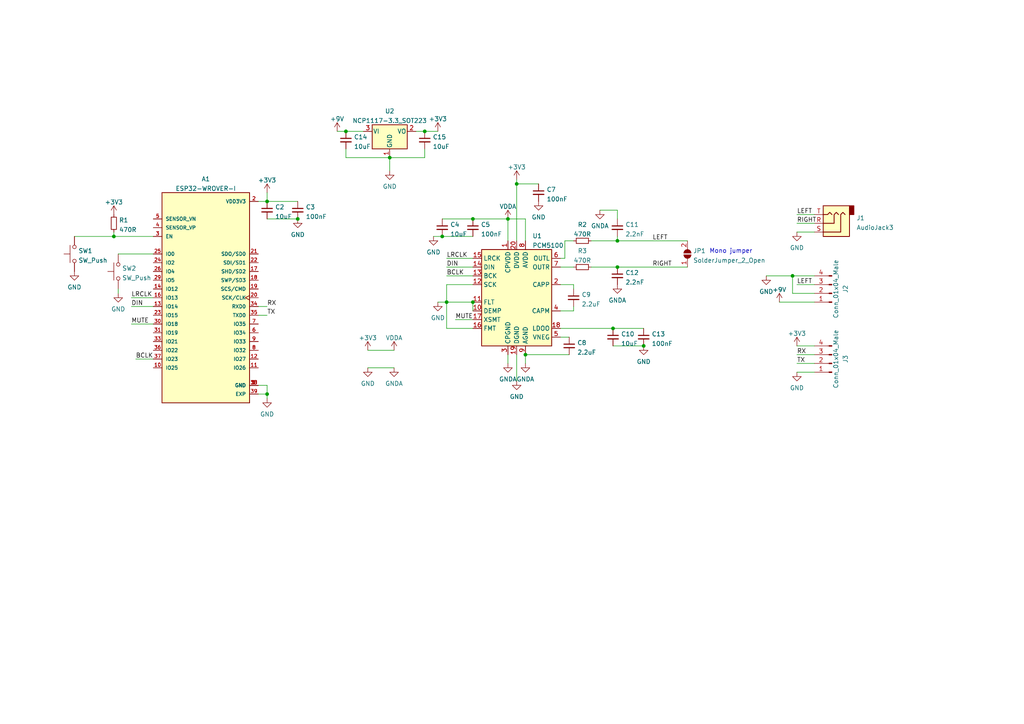
<source format=kicad_sch>
(kicad_sch (version 20211123) (generator eeschema)
  (paper "A4")
  (lib_symbols
    (symbol "Audio:PCM5100"
      (property "Reference" "U" (at -10.16 13.97 0))
      (property "Value" "PCM5100" (at 3.81 13.97 0))
      (symbol "PCM5100_0_1"
        (rectangle (start -10.16 12.7) (end 10.16 -15.24) (stroke (width 0.254)) (fill (type background)))
      )
      (symbol "PCM5100_1_1"
        (pin passive line (at -2.54 15.24 270) (length 2.54) (name "CPVDD") (number "1"))
        (pin input line (at -12.7 -5.08 0) (length 2.54) (name "DEMP") (number "10"))
        (pin input line (at -12.7 -2.54 0) (length 2.54) (name "FLT") (number "11"))
        (pin input line (at -12.7 2.54 0) (length 2.54) (name "SCK") (number "12"))
        (pin input line (at -12.7 5.08 0) (length 2.54) (name "BCK") (number "13"))
        (pin input line (at -12.7 7.62 0) (length 2.54) (name "DIN") (number "14"))
        (pin input line (at -12.7 10.16 0) (length 2.54) (name "LRCK") (number "15"))
        (pin input line (at -12.7 -10.16 0) (length 2.54) (name "FMT") (number "16"))
        (pin input line (at -12.7 -7.62 0) (length 2.54) (name "XSMT") (number "17"))
        (pin passive line (at 12.7 -10.16 180) (length 2.54) (name "LDOO") (number "18"))
        (pin power_in line (at 0 -17.78 90) (length 2.54) (name "DGND") (number "19"))
        (pin passive line (at 12.7 2.54 180) (length 2.54) (name "CAPP") (number "2"))
        (pin power_in line (at 0 15.24 270) (length 2.54) (name "DVDD") (number "20"))
        (pin power_in line (at -2.54 -17.78 90) (length 2.54) (name "CPGND") (number "3"))
        (pin passive line (at 12.7 -5.08 180) (length 2.54) (name "CAPM") (number "4"))
        (pin passive line (at 12.7 -12.7 180) (length 2.54) (name "VNEG") (number "5"))
        (pin output line (at 12.7 10.16 180) (length 2.54) (name "OUTL") (number "6"))
        (pin output line (at 12.7 7.62 180) (length 2.54) (name "OUTR") (number "7"))
        (pin power_in line (at 2.54 15.24 270) (length 2.54) (name "AVDD") (number "8"))
        (pin power_in line (at 2.54 -17.78 90) (length 2.54) (name "AGND") (number "9"))
      )
    )
    (symbol "Connector:AudioJack3"
      (property "Reference" "J" (at 0 8.89 0))
      (property "Value" "AudioJack3" (at 0 6.35 0))
      (symbol "AudioJack3_0_1"
        (rectangle (start -5.08 -5.08) (end -6.35 -2.54) (stroke (width 0.254)) (fill (type outline)))
        (polyline (pts (xy 0 -2.54) (xy 0.635 -3.175) (xy 1.27 -2.54) (xy 2.54 -2.54)) (stroke (width 0.254)))
        (polyline (pts (xy -1.905 -2.54) (xy -1.27 -3.175) (xy -0.635 -2.54) (xy -0.635 0) (xy 2.54 0)) (stroke (width 0.254)))
        (polyline (pts (xy 2.54 2.54) (xy -2.54 2.54) (xy -2.54 -2.54) (xy -3.175 -3.175) (xy -3.81 -2.54)) (stroke (width 0.254)))
        (rectangle (start 2.54 3.81) (end -5.08 -5.08) (stroke (width 0.254)) (fill (type background)))
      )
      (symbol "AudioJack3_1_1"
        (pin passive line (at 5.08 0 180) (length 2.54) (name "~") (number "R"))
        (pin passive line (at 5.08 2.54 180) (length 2.54) (name "~") (number "S"))
        (pin passive line (at 5.08 -2.54 180) (length 2.54) (name "~") (number "T"))
      )
    )
    (symbol "Connector:Conn_01x04_Male" (pin_names (offset 1.016) hide)
      (property "Reference" "J" (at 0 5.08 0))
      (property "Value" "Conn_01x04_Male" (at 0 -7.62 0))
      (symbol "Conn_01x04_Male_1_1"
        (polyline (pts (xy 1.27 -5.08) (xy 0.8636 -5.08)) (stroke (width 0.1524)))
        (polyline (pts (xy 1.27 -2.54) (xy 0.8636 -2.54)) (stroke (width 0.1524)))
        (polyline (pts (xy 1.27 0) (xy 0.8636 0)) (stroke (width 0.1524)))
        (polyline (pts (xy 1.27 2.54) (xy 0.8636 2.54)) (stroke (width 0.1524)))
        (rectangle (start 0.8636 -4.953) (end 0 -5.207) (stroke (width 0.1524)) (fill (type outline)))
        (rectangle (start 0.8636 -2.413) (end 0 -2.667) (stroke (width 0.1524)) (fill (type outline)))
        (rectangle (start 0.8636 0.127) (end 0 -0.127) (stroke (width 0.1524)) (fill (type outline)))
        (rectangle (start 0.8636 2.667) (end 0 2.413) (stroke (width 0.1524)) (fill (type outline)))
        (pin passive line (at 5.08 2.54 180) (length 3.81) (name "Pin_1") (number "1"))
        (pin passive line (at 5.08 0 180) (length 3.81) (name "Pin_2") (number "2"))
        (pin passive line (at 5.08 -2.54 180) (length 3.81) (name "Pin_3") (number "3"))
        (pin passive line (at 5.08 -5.08 180) (length 3.81) (name "Pin_4") (number "4"))
      )
    )
    (symbol "Device:C_Small" (pin_numbers hide) (pin_names (offset 0.254) hide)
      (property "Reference" "C" (at 0.254 1.778 0))
      (property "Value" "C_Small" (at 0.254 -2.032 0))
      (symbol "C_Small_0_1"
        (polyline (pts (xy -1.524 -0.508) (xy 1.524 -0.508)) (stroke (width 0.3302)))
        (polyline (pts (xy -1.524 0.508) (xy 1.524 0.508)) (stroke (width 0.3048)))
      )
      (symbol "C_Small_1_1"
        (pin passive line (at 0 2.54 270) (length 2.032) (name "~") (number "1"))
        (pin passive line (at 0 -2.54 90) (length 2.032) (name "~") (number "2"))
      )
    )
    (symbol "Device:R_Small" (pin_numbers hide) (pin_names (offset 0.254) hide)
      (property "Reference" "R" (at 0.762 0.508 0))
      (property "Value" "R_Small" (at 0.762 -1.016 0))
      (symbol "R_Small_0_1"
        (rectangle (start -0.762 1.778) (end 0.762 -1.778) (stroke (width 0.2032)))
      )
      (symbol "R_Small_1_1"
        (pin passive line (at 0 2.54 270) (length 0.762) (name "~") (number "1"))
        (pin passive line (at 0 -2.54 90) (length 0.762) (name "~") (number "2"))
      )
    )
    (symbol "ESP-sound:ESP32-WROVER-I" (pin_names (offset 1.016))
      (property "Reference" "A" (at -12.7254 30.5562 0))
      (property "Value" "ESP32-WROVER-I" (at -12.7254 -33.1216 0))
      (symbol "ESP32-WROVER-I_0_0"
        (rectangle (start -12.7 -30.48) (end 12.7 30.48) (stroke (width 0.254)) (fill (type background)))
        (pin power_in line (at 15.24 -25.4 180) (length 2.54) (name "GND") (number "1"))
        (pin bidirectional line (at -15.24 -20.32 0) (length 2.54) (name "IO25") (number "10"))
        (pin bidirectional line (at 15.24 -20.32 180) (length 2.54) (name "IO26") (number "11"))
        (pin bidirectional line (at 15.24 -17.78 180) (length 2.54) (name "IO27") (number "12"))
        (pin bidirectional line (at -15.24 -2.54 0) (length 2.54) (name "IO14") (number "13"))
        (pin bidirectional line (at -15.24 2.54 0) (length 2.54) (name "IO12") (number "14"))
        (pin power_in line (at 15.24 -25.4 180) (length 2.54) (name "GND") (number "15"))
        (pin bidirectional line (at -15.24 0 0) (length 2.54) (name "IO13") (number "16"))
        (pin bidirectional line (at 15.24 7.62 180) (length 2.54) (name "SHD/SD2") (number "17"))
        (pin bidirectional line (at 15.24 5.08 180) (length 2.54) (name "SWP/SD3") (number "18"))
        (pin bidirectional line (at 15.24 2.54 180) (length 2.54) (name "SCS/CMD") (number "19"))
        (pin power_in line (at 15.24 27.94 180) (length 2.54) (name "VDD3V3") (number "2"))
        (pin bidirectional clock (at 15.24 0 180) (length 2.54) (name "SCK/CLK") (number "20"))
        (pin bidirectional line (at 15.24 12.7 180) (length 2.54) (name "SDO/SD0") (number "21"))
        (pin bidirectional line (at 15.24 10.16 180) (length 2.54) (name "SDI/SD1") (number "22"))
        (pin bidirectional line (at -15.24 -5.08 0) (length 2.54) (name "IO15") (number "23"))
        (pin bidirectional line (at -15.24 10.16 0) (length 2.54) (name "IO2") (number "24"))
        (pin bidirectional line (at -15.24 12.7 0) (length 2.54) (name "IO0") (number "25"))
        (pin bidirectional line (at -15.24 7.62 0) (length 2.54) (name "IO4") (number "26"))
        (pin bidirectional line (at -15.24 5.08 0) (length 2.54) (name "IO5") (number "29"))
        (pin input line (at -15.24 17.78 0) (length 2.54) (name "EN") (number "3"))
        (pin bidirectional line (at -15.24 -7.62 0) (length 2.54) (name "IO18") (number "30"))
        (pin bidirectional line (at -15.24 -10.16 0) (length 2.54) (name "IO19") (number "31"))
        (pin bidirectional line (at -15.24 -12.7 0) (length 2.54) (name "IO21") (number "33"))
        (pin bidirectional line (at 15.24 -2.54 180) (length 2.54) (name "RXD0") (number "34"))
        (pin bidirectional line (at 15.24 -5.08 180) (length 2.54) (name "TXD0") (number "35"))
        (pin bidirectional line (at -15.24 -15.24 0) (length 2.54) (name "IO22") (number "36"))
        (pin bidirectional line (at -15.24 -17.78 0) (length 2.54) (name "IO23") (number "37"))
        (pin power_in line (at 15.24 -25.4 180) (length 2.54) (name "GND") (number "38"))
        (pin power_in line (at 15.24 -27.94 180) (length 2.54) (name "EXP") (number "39"))
        (pin input line (at -15.24 20.32 0) (length 2.54) (name "SENSOR_VP") (number "4"))
        (pin input line (at -15.24 22.86 0) (length 2.54) (name "SENSOR_VN") (number "5"))
        (pin input line (at 15.24 -10.16 180) (length 2.54) (name "IO34") (number "6"))
        (pin input line (at 15.24 -7.62 180) (length 2.54) (name "IO35") (number "7"))
        (pin bidirectional line (at 15.24 -15.24 180) (length 2.54) (name "IO32") (number "8"))
        (pin bidirectional line (at 15.24 -12.7 180) (length 2.54) (name "IO33") (number "9"))
      )
    )
    (symbol "Jumper:SolderJumper_2_Open" (pin_names (offset 0) hide)
      (property "Reference" "JP" (at 0 2.032 0))
      (property "Value" "SolderJumper_2_Open" (at 0 -2.54 0))
      (symbol "SolderJumper_2_Open_0_1"
        (arc (start -0.254 1.016) (mid -1.27 0) (end -0.254 -1.016))
        (arc (start -0.254 1.016) (mid -1.27 0) (end -0.254 -1.016) (fill (type outline)))
        (polyline (pts (xy -0.254 1.016) (xy -0.254 -1.016)))
        (polyline (pts (xy 0.254 1.016) (xy 0.254 -1.016)))
        (arc (start 0.254 -1.016) (mid 1.27 0) (end 0.254 1.016))
        (arc (start 0.254 -1.016) (mid 1.27 0) (end 0.254 1.016) (fill (type outline)))
      )
      (symbol "SolderJumper_2_Open_1_1"
        (pin passive line (at -3.81 0 0) (length 2.54) (name "A") (number "1"))
        (pin passive line (at 3.81 0 180) (length 2.54) (name "B") (number "2"))
      )
    )
    (symbol "Regulator_Linear:NCP1117-3.3_SOT223" (pin_names (offset 0.254))
      (property "Reference" "U" (at -3.81 3.175 0))
      (property "Value" "NCP1117-3.3_SOT223" (at 0 3.175 0))
      (symbol "NCP1117-3.3_SOT223_0_1"
        (rectangle (start -5.08 -5.08) (end 5.08 1.905) (stroke (width 0.254)) (fill (type background)))
      )
      (symbol "NCP1117-3.3_SOT223_1_1"
        (pin power_in line (at 0 -7.62 90) (length 2.54) (name "GND") (number "1"))
        (pin power_out line (at 7.62 0 180) (length 2.54) (name "VO") (number "2"))
        (pin power_in line (at -7.62 0 0) (length 2.54) (name "VI") (number "3"))
      )
    )
    (symbol "Switch:SW_Push" (pin_numbers hide) (pin_names (offset 1.016) hide)
      (property "Reference" "SW" (at 1.27 2.54 0))
      (property "Value" "SW_Push" (at 0 -1.524 0))
      (symbol "SW_Push_0_1"
        (circle (center -2.032 0) (radius 0.508))
        (polyline (pts (xy 0 1.27) (xy 0 3.048)))
        (polyline (pts (xy 2.54 1.27) (xy -2.54 1.27)))
        (circle (center 2.032 0) (radius 0.508))
        (pin passive line (at -5.08 0 0) (length 2.54) (name "1") (number "1"))
        (pin passive line (at 5.08 0 180) (length 2.54) (name "2") (number "2"))
      )
    )
    (symbol "power:+3V3" (power) (pin_names (offset 0))
      (property "Value" "+3V3" (at 0 3.556 0))
      (symbol "+3V3_0_1"
        (polyline (pts (xy -0.762 1.27) (xy 0 2.54)))
        (polyline (pts (xy 0 0) (xy 0 2.54)))
        (polyline (pts (xy 0 2.54) (xy 0.762 1.27)))
      )
      (symbol "+3V3_1_1"
        (pin power_in line (at 0 0 90) (length 0) hide (name "+3V3") (number "1"))
      )
    )
    (symbol "power:+9V" (power) (pin_names (offset 0))
      (property "Value" "+9V" (at 0 3.556 0))
      (symbol "+9V_0_1"
        (polyline (pts (xy -0.762 1.27) (xy 0 2.54)))
        (polyline (pts (xy 0 0) (xy 0 2.54)))
        (polyline (pts (xy 0 2.54) (xy 0.762 1.27)))
      )
      (symbol "+9V_1_1"
        (pin power_in line (at 0 0 90) (length 0) hide (name "+9V") (number "1"))
      )
    )
    (symbol "power:GND" (power) (pin_names (offset 0))
      (property "Value" "GND" (at 0 -3.81 0))
      (symbol "GND_0_1"
        (polyline (pts (xy 0 0) (xy 0 -1.27) (xy 1.27 -1.27) (xy 0 -2.54) (xy -1.27 -1.27) (xy 0 -1.27)))
      )
      (symbol "GND_1_1"
        (pin power_in line (at 0 0 270) (length 0) hide (name "GND") (number "1"))
      )
    )
    (symbol "power:GNDA" (power) (pin_names (offset 0))
      (property "Value" "GNDA" (at 0 -3.81 0))
      (symbol "GNDA_0_1"
        (polyline (pts (xy 0 0) (xy 0 -1.27) (xy 1.27 -1.27) (xy 0 -2.54) (xy -1.27 -1.27) (xy 0 -1.27)))
      )
      (symbol "GNDA_1_1"
        (pin power_in line (at 0 0 270) (length 0) hide (name "GNDA") (number "1"))
      )
    )
    (symbol "power:VDDA" (power) (pin_names (offset 0))
      (property "Value" "VDDA" (at 0 3.81 0))
      (symbol "VDDA_0_1"
        (polyline (pts (xy -0.762 1.27) (xy 0 2.54)))
        (polyline (pts (xy 0 0) (xy 0 2.54)))
        (polyline (pts (xy 0 2.54) (xy 0.762 1.27)))
      )
      (symbol "VDDA_1_1"
        (pin power_in line (at 0 0 90) (length 0) hide (name "VDDA") (number "1"))
      )
    )
  )
  (junction (at 179.07 69.85))
  (junction (at 86.36 63.5))
  (junction (at 100.33 38.1))
  (junction (at 149.86 53.34))
  (junction (at 77.47 58.42))
  (junction (at 33.02 68.58))
  (junction (at 177.8 95.25))
  (junction (at 137.16 63.5))
  (junction (at 186.69 100.33))
  (junction (at 147.32 63.5))
  (junction (at 77.47 114.3))
  (junction (at 129.54 87.63))
  (junction (at 229.87 80.01))
  (junction (at 152.4 102.87))
  (junction (at 113.03 45.72))
  (junction (at 137.16 87.63))
  (junction (at 179.07 77.47))
  (junction (at 123.19 38.1))
  (junction (at 128.27 68.58))
  (wire (pts (xy 44.45 68.58) (xy 33.02 68.58)))
  (wire (pts (xy 129.54 82.55) (xy 129.54 87.63)))
  (wire (pts (xy 147.32 63.5) (xy 147.32 69.85)))
  (wire (pts (xy 231.14 64.77) (xy 236.22 64.77)))
  (wire (pts (xy 137.16 63.5) (xy 147.32 63.5)))
  (wire (pts (xy 162.56 95.25) (xy 177.8 95.25)))
  (wire (pts (xy 39.37 104.14) (xy 44.45 104.14)))
  (wire (pts (xy 120.65 38.1) (xy 123.19 38.1)))
  (wire (pts (xy 38.1 93.98) (xy 44.45 93.98)))
  (wire (pts (xy 137.16 95.25) (xy 129.54 95.25)))
  (wire (pts (xy 123.19 43.18) (xy 123.19 45.72)))
  (wire (pts (xy 152.4 63.5) (xy 147.32 63.5)))
  (wire (pts (xy 171.45 77.47) (xy 179.07 77.47)))
  (wire (pts (xy 162.56 97.79) (xy 165.1 97.79)))
  (wire (pts (xy 149.86 53.34) (xy 156.21 53.34)))
  (wire (pts (xy 177.8 95.25) (xy 186.69 95.25)))
  (wire (pts (xy 106.68 101.6) (xy 114.3 101.6)))
  (wire (pts (xy 179.07 68.58) (xy 179.07 69.85)))
  (wire (pts (xy 152.4 69.85) (xy 152.4 63.5)))
  (wire (pts (xy 33.02 68.58) (xy 33.02 67.31)))
  (wire (pts (xy 229.87 85.09) (xy 229.87 80.01)))
  (wire (pts (xy 149.86 102.87) (xy 149.86 110.49)))
  (wire (pts (xy 34.29 83.82) (xy 34.29 85.09)))
  (wire (pts (xy 77.47 63.5) (xy 86.36 63.5)))
  (wire (pts (xy 179.07 77.47) (xy 199.39 77.47)))
  (wire (pts (xy 137.16 87.63) (xy 137.16 90.17)))
  (wire (pts (xy 152.4 102.87) (xy 152.4 105.41)))
  (wire (pts (xy 171.45 69.85) (xy 179.07 69.85)))
  (wire (pts (xy 123.19 38.1) (xy 127 38.1)))
  (wire (pts (xy 166.37 90.17) (xy 166.37 88.9)))
  (wire (pts (xy 231.14 67.31) (xy 236.22 67.31)))
  (wire (pts (xy 129.54 77.47) (xy 137.16 77.47)))
  (wire (pts (xy 100.33 38.1) (xy 105.41 38.1)))
  (wire (pts (xy 127 87.63) (xy 129.54 87.63)))
  (wire (pts (xy 229.87 85.09) (xy 236.22 85.09)))
  (wire (pts (xy 77.47 58.42) (xy 77.47 55.88)))
  (wire (pts (xy 163.83 69.85) (xy 166.37 69.85)))
  (wire (pts (xy 113.03 45.72) (xy 113.03 49.53)))
  (wire (pts (xy 231.14 100.33) (xy 236.22 100.33)))
  (wire (pts (xy 129.54 95.25) (xy 129.54 87.63)))
  (wire (pts (xy 38.1 86.36) (xy 44.45 86.36)))
  (wire (pts (xy 231.14 102.87) (xy 236.22 102.87)))
  (wire (pts (xy 106.68 106.68) (xy 114.3 106.68)))
  (wire (pts (xy 162.56 82.55) (xy 166.37 82.55)))
  (wire (pts (xy 163.83 74.93) (xy 163.83 69.85)))
  (wire (pts (xy 229.87 80.01) (xy 236.22 80.01)))
  (wire (pts (xy 74.93 111.76) (xy 77.47 111.76)))
  (wire (pts (xy 231.14 105.41) (xy 236.22 105.41)))
  (wire (pts (xy 129.54 80.01) (xy 137.16 80.01)))
  (wire (pts (xy 97.79 38.1) (xy 100.33 38.1)))
  (wire (pts (xy 147.32 102.87) (xy 147.32 105.41)))
  (wire (pts (xy 231.14 82.55) (xy 236.22 82.55)))
  (wire (pts (xy 74.93 114.3) (xy 77.47 114.3)))
  (wire (pts (xy 162.56 77.47) (xy 166.37 77.47)))
  (wire (pts (xy 231.14 107.95) (xy 236.22 107.95)))
  (wire (pts (xy 38.1 88.9) (xy 44.45 88.9)))
  (wire (pts (xy 222.25 80.01) (xy 229.87 80.01)))
  (wire (pts (xy 125.73 68.58) (xy 128.27 68.58)))
  (wire (pts (xy 129.54 87.63) (xy 137.16 87.63)))
  (wire (pts (xy 100.33 45.72) (xy 113.03 45.72)))
  (wire (pts (xy 74.93 91.44) (xy 77.47 91.44)))
  (wire (pts (xy 74.93 58.42) (xy 77.47 58.42)))
  (wire (pts (xy 77.47 114.3) (xy 77.47 115.57)))
  (wire (pts (xy 128.27 68.58) (xy 137.16 68.58)))
  (wire (pts (xy 162.56 74.93) (xy 163.83 74.93)))
  (wire (pts (xy 77.47 111.76) (xy 77.47 114.3)))
  (wire (pts (xy 162.56 90.17) (xy 166.37 90.17)))
  (wire (pts (xy 226.06 87.63) (xy 236.22 87.63)))
  (wire (pts (xy 166.37 82.55) (xy 166.37 83.82)))
  (wire (pts (xy 21.59 68.58) (xy 33.02 68.58)))
  (wire (pts (xy 34.29 73.66) (xy 44.45 73.66)))
  (wire (pts (xy 186.69 100.33) (xy 177.8 100.33)))
  (wire (pts (xy 149.86 53.34) (xy 149.86 69.85)))
  (wire (pts (xy 149.86 52.07) (xy 149.86 53.34)))
  (wire (pts (xy 123.19 45.72) (xy 113.03 45.72)))
  (wire (pts (xy 132.08 92.71) (xy 137.16 92.71)))
  (wire (pts (xy 179.07 60.96) (xy 173.99 60.96)))
  (wire (pts (xy 100.33 43.18) (xy 100.33 45.72)))
  (wire (pts (xy 179.07 69.85) (xy 199.39 69.85)))
  (wire (pts (xy 179.07 63.5) (xy 179.07 60.96)))
  (wire (pts (xy 129.54 74.93) (xy 137.16 74.93)))
  (wire (pts (xy 128.27 63.5) (xy 137.16 63.5)))
  (wire (pts (xy 129.54 82.55) (xy 137.16 82.55)))
  (wire (pts (xy 231.14 62.23) (xy 236.22 62.23)))
  (wire (pts (xy 152.4 102.87) (xy 165.1 102.87)))
  (wire (pts (xy 77.47 58.42) (xy 86.36 58.42)))
  (wire (pts (xy 74.93 88.9) (xy 77.47 88.9)))
  (text "Mono jumper" (at 205.74 73.66 0) (effects (font (size 1.27 1.27)) (justify left bottom)))
  (label "BCLK" (at 39.37 104.14 0))
  (label "DIN" (at 129.54 77.47 0))
  (label "TX" (at 77.47 91.44 0))
  (label "LEFT" (at 231.14 82.55 0))
  (label "LRCLK" (at 38.1 86.36 0))
  (label "RIGHT" (at 231.14 64.77 0))
  (label "DIN" (at 38.1 88.9 0))
  (label "RX" (at 231.14 102.87 0))
  (label "LRCLK" (at 129.54 74.93 0))
  (label "RX" (at 77.47 88.9 0))
  (label "LEFT" (at 231.14 62.23 0))
  (label "BCLK" (at 129.54 80.01 0))
  (label "MUTE" (at 38.1 93.98 0))
  (label "LEFT" (at 189.23 69.85 0))
  (label "RIGHT" (at 189.23 77.47 0))
  (label "TX" (at 231.14 105.41 0))
  (label "MUTE" (at 132.08 92.71 0))
  (symbol (lib_id "Device:R_Small") (at 168.91 69.85 90) (unit 1)
    (property "Reference" "R2" (at 168.91 65.1469 90))
    (property "Value" "470R" (at 168.91 67.922 90))
    (property "Footprint" "Resistor_SMD:R_0603_1608Metric_Pad0.98x0.95mm_HandSolder" (effects hide))
  )
  (symbol (lib_id "power:+3V3") (at 149.86 52.07 0) (unit 1)
    (property "Reference" "#PWR016" (effects hide))
    (property "Value" "+3V3" (at 149.86 48.4655 0))
  )
  (symbol (lib_id "power:GND") (at 77.47 115.57 0) (unit 1)
    (property "Reference" "#PWR06" (effects hide))
    (property "Value" "GND" (at 77.47 120.1325 0))
  )
  (symbol (lib_id "Device:R_Small") (at 168.91 77.47 90) (unit 1)
    (property "Reference" "R3" (at 168.91 72.7669 90))
    (property "Value" "470R" (at 168.91 75.542 90))
    (property "Footprint" "Resistor_SMD:R_0603_1608Metric_Pad0.98x0.95mm_HandSolder" (effects hide))
  )
  (symbol (lib_id "power:GND") (at 149.86 110.49 0) (unit 1)
    (property "Reference" "#PWR017" (effects hide))
    (property "Value" "GND" (at 149.86 115.0525 0))
  )
  (symbol (lib_id "Device:C_Small") (at 137.16 66.04 0) (unit 1)
    (property "Reference" "C5" (at 139.4841 65.1378 0) (effects (justify left)))
    (property "Value" "100nF" (at 139.4841 67.9129 0) (effects (justify left)))
    (property "Footprint" "Capacitor_SMD:C_0603_1608Metric_Pad1.08x0.95mm_HandSolder" (effects hide))
  )
  (symbol (lib_id "power:GND") (at 113.03 49.53 0) (unit 1)
    (property "Reference" "#PWR028" (effects hide))
    (property "Value" "GND" (at 113.03 54.0925 0))
  )
  (symbol (lib_id "power:GNDA") (at 147.32 105.41 0) (unit 1)
    (property "Reference" "#PWR015" (effects hide))
    (property "Value" "GNDA" (at 147.32 109.9725 0))
  )
  (symbol (lib_id "power:VDDA") (at 147.32 63.5 0) (unit 1)
    (property "Reference" "#PWR014" (effects hide))
    (property "Value" "VDDA" (at 147.32 59.8955 0))
  )
  (symbol (lib_id "power:GND") (at 186.69 100.33 0) (unit 1)
    (property "Reference" "#PWR022" (effects hide))
    (property "Value" "GND" (at 186.69 104.8925 0))
  )
  (symbol (lib_id "power:GND") (at 231.14 67.31 0) (unit 1)
    (property "Reference" "#PWR023" (effects hide))
    (property "Value" "GND" (at 231.14 71.8725 0))
  )
  (symbol (lib_id "power:+9V") (at 97.79 38.1 0) (unit 1)
    (property "Reference" "#PWR027" (effects hide))
    (property "Value" "+9V" (at 97.79 34.4955 0))
  )
  (symbol (lib_id "power:GND") (at 125.73 68.58 0) (unit 1)
    (property "Reference" "#PWR010" (effects hide))
    (property "Value" "GND" (at 125.73 73.1425 0))
  )
  (symbol (lib_id "Device:C_Small") (at 186.69 97.79 0) (unit 1)
    (property "Reference" "C13" (at 189.0141 96.8878 0) (effects (justify left)))
    (property "Value" "100nF" (at 189.0141 99.6629 0) (effects (justify left)))
    (property "Footprint" "Capacitor_SMD:C_0603_1608Metric_Pad1.08x0.95mm_HandSolder" (effects hide))
  )
  (symbol (lib_id "power:+9V") (at 226.06 87.63 0) (unit 1)
    (property "Reference" "#PWR0101" (effects hide))
    (property "Value" "+9V" (at 226.06 84.0255 0))
  )
  (symbol (lib_id "power:VDDA") (at 114.3 101.6 0) (unit 1)
    (property "Reference" "#PWR011" (effects hide))
    (property "Value" "VDDA" (at 114.3 97.9955 0))
  )
  (symbol (lib_id "power:+3V3") (at 127 38.1 0) (unit 1)
    (property "Reference" "#PWR029" (effects hide))
    (property "Value" "+3V3" (at 127 34.4955 0))
  )
  (symbol (lib_id "Device:C_Small") (at 166.37 86.36 0) (unit 1)
    (property "Reference" "C9" (at 168.6941 85.4578 0) (effects (justify left)))
    (property "Value" "2.2uF" (at 168.6941 88.2329 0) (effects (justify left)))
    (property "Footprint" "Capacitor_SMD:C_1206_3216Metric_Pad1.33x1.80mm_HandSolder" (effects hide))
  )
  (symbol (lib_id "power:GND") (at 222.25 80.01 0) (unit 1)
    (property "Reference" "#PWR0102" (effects hide))
    (property "Value" "GND" (at 222.25 84.5725 0))
  )
  (symbol (lib_id "Device:C_Small") (at 165.1 100.33 0) (unit 1)
    (property "Reference" "C8" (at 167.4241 99.4278 0) (effects (justify left)))
    (property "Value" "2.2uF" (at 167.4241 102.2029 0) (effects (justify left)))
    (property "Footprint" "Capacitor_SMD:C_1206_3216Metric_Pad1.33x1.80mm_HandSolder" (effects hide))
  )
  (symbol (lib_id "Device:C_Small") (at 179.07 80.01 0) (unit 1)
    (property "Reference" "C12" (at 181.3941 79.1078 0) (effects (justify left)))
    (property "Value" "2.2nF" (at 181.3941 81.8829 0) (effects (justify left)))
    (property "Footprint" "Capacitor_SMD:C_0603_1608Metric_Pad1.08x0.95mm_HandSolder" (effects hide))
  )
  (symbol (lib_id "Regulator_Linear:NCP1117-3.3_SOT223") (at 113.03 38.1 0) (unit 1)
    (property "Reference" "U2" (at 113.03 32.2285 0))
    (property "Value" "NCP1117-3.3_SOT223" (at 113.03 35.0036 0))
    (property "Footprint" "Package_TO_SOT_SMD:SOT-223-3_TabPin2" (effects hide))
    (property "Datasheet" "http://www.onsemi.com/pub_link/Collateral/NCP1117-D.PDF" (effects hide))
  )
  (symbol (lib_id "power:GND") (at 106.68 106.68 0) (unit 1)
    (property "Reference" "#PWR09" (effects hide))
    (property "Value" "GND" (at 106.68 111.2425 0))
  )
  (symbol (lib_id "Switch:SW_Push") (at 34.29 78.74 90) (unit 1)
    (property "Reference" "SW2" (at 35.433 77.8315 90) (effects (justify right)))
    (property "Value" "SW_Push" (at 35.433 80.6066 90) (effects (justify right)))
    (property "Footprint" "Button_Switch_SMD:SW_Push_1P1T_NO_6x6mm_H9.5mm" (effects hide))
  )
  (symbol (lib_id "power:+3V3") (at 77.47 55.88 0) (unit 1)
    (property "Reference" "#PWR05" (effects hide))
    (property "Value" "+3V3" (at 77.47 52.2755 0))
  )
  (symbol (lib_id "power:GNDA") (at 179.07 82.55 0) (unit 1)
    (property "Reference" "#PWR021" (effects hide))
    (property "Value" "GNDA" (at 179.07 87.1125 0))
  )
  (symbol (lib_id "power:GND") (at 127 87.63 0) (unit 1)
    (property "Reference" "#PWR013" (effects hide))
    (property "Value" "GND" (at 127 92.1925 0))
  )
  (symbol (lib_id "Connector:Conn_01x04_Male") (at 241.3 105.41 180) (unit 1)
    (property "Reference" "J3" (at 245.2157 104.14 90))
    (property "Value" "Conn_01x04_Male" (at 242.4406 104.14 90))
    (property "Footprint" "Connector_PinHeader_2.54mm:PinHeader_1x04_P2.54mm_Vertical" (effects hide))
  )
  (symbol (lib_id "power:+3V3") (at 231.14 100.33 0) (unit 1)
    (property "Reference" "#PWR025" (effects hide))
    (property "Value" "+3V3" (at 231.14 96.7255 0))
  )
  (symbol (lib_id "power:GND") (at 156.21 58.42 0) (unit 1)
    (property "Reference" "#PWR019" (effects hide))
    (property "Value" "GND" (at 156.21 62.9825 0))
  )
  (symbol (lib_id "Device:C_Small") (at 156.21 55.88 0) (unit 1)
    (property "Reference" "C7" (at 158.5341 54.9778 0) (effects (justify left)))
    (property "Value" "100nF" (at 158.5341 57.7529 0) (effects (justify left)))
    (property "Footprint" "Capacitor_SMD:C_0603_1608Metric_Pad1.08x0.95mm_HandSolder" (effects hide))
  )
  (symbol (lib_id "Device:C_Small") (at 177.8 97.79 0) (unit 1)
    (property "Reference" "C10" (at 180.1241 96.8878 0) (effects (justify left)))
    (property "Value" "10uF" (at 180.1241 99.6629 0) (effects (justify left)))
    (property "Footprint" "Capacitor_SMD:C_1206_3216Metric_Pad1.33x1.80mm_HandSolder" (effects hide))
  )
  (symbol (lib_id "Device:C_Small") (at 100.33 40.64 0) (unit 1)
    (property "Reference" "C14" (at 102.6541 39.7378 0) (effects (justify left)))
    (property "Value" "10uF" (at 102.6541 42.5129 0) (effects (justify left)))
    (property "Footprint" "Capacitor_SMD:C_1206_3216Metric_Pad1.33x1.80mm_HandSolder" (effects hide))
  )
  (symbol (lib_id "power:+3V3") (at 33.02 62.23 0) (unit 1)
    (property "Reference" "#PWR03" (effects hide))
    (property "Value" "+3V3" (at 33.02 58.6255 0))
  )
  (symbol (lib_id "ESP-sound:ESP32-WROVER-I") (at 59.69 86.36 0) (unit 1)
    (property "Reference" "A1" (at 59.69 51.9135 0))
    (property "Value" "ESP32-WROVER-I" (at 59.69 54.6886 0))
    (property "Footprint" "ESP-sound:ESP32-WROVER-I" (effects hide))
    (property "DIGI-KEY_PURCHASE_URL" "https://www.digikey.com/product-detail/en/espressif-systems/ESP32-WROVER-I/1904-1008-1-ND/8544303?utm_source=snapeda&utm_medium=aggregator&utm_campaign=symbol" (effects hide))
    (property "MP" "ESP32-WROVER-I" (effects hide))
    (property "DESCRIPTION" "Module: combo; GPIO, I2C x2, I2S x2, SDIO, SPI x3, UART x3; U.FL" (effects hide))
    (property "DIGI-KEY_PART_NUMBER" "1904-1008-1-ND" (effects hide))
    (property "MF" "Espressif Systems" (effects hide))
    (property "PACKAGE" "Module Espressif Systems" (effects hide))
  )
  (symbol (lib_id "Device:C_Small") (at 123.19 40.64 0) (unit 1)
    (property "Reference" "C15" (at 125.5141 39.7378 0) (effects (justify left)))
    (property "Value" "10uF" (at 125.5141 42.5129 0) (effects (justify left)))
    (property "Footprint" "Capacitor_SMD:C_1206_3216Metric_Pad1.33x1.80mm_HandSolder" (effects hide))
  )
  (symbol (lib_id "power:GNDA") (at 173.99 60.96 0) (unit 1)
    (property "Reference" "#PWR020" (effects hide))
    (property "Value" "GNDA" (at 173.99 65.5225 0))
  )
  (symbol (lib_id "Audio:PCM5100") (at 149.86 85.09 0) (unit 1)
    (property "Reference" "U1" (at 154.4194 68.4235 0) (effects (justify left)))
    (property "Value" "PCM5100" (at 154.4194 71.1986 0) (effects (justify left)))
    (property "Footprint" "Package_SO:TSSOP-20_4.4x6.5mm_P0.65mm" (effects hide))
    (property "Datasheet" "http://www.ti.com/lit/ds/symlink/pcm5100.pdf" (effects hide))
  )
  (symbol (lib_id "power:GNDA") (at 152.4 105.41 0) (unit 1)
    (property "Reference" "#PWR018" (effects hide))
    (property "Value" "GNDA" (at 152.4 109.9725 0))
  )
  (symbol (lib_id "power:GND") (at 86.36 63.5 0) (unit 1)
    (property "Reference" "#PWR07" (effects hide))
    (property "Value" "GND" (at 86.36 68.0625 0))
  )
  (symbol (lib_id "Jumper:SolderJumper_2_Open") (at 199.39 73.66 90) (unit 1)
    (property "Reference" "JP1" (at 201.041 72.7515 90) (effects (justify right)))
    (property "Value" "SolderJumper_2_Open" (at 201.041 75.5266 90) (effects (justify right)))
    (property "Footprint" "Jumper:SolderJumper-2_P1.3mm_Open_TrianglePad1.0x1.5mm" (effects hide))
  )
  (symbol (lib_id "Device:C_Small") (at 77.47 60.96 0) (unit 1)
    (property "Reference" "C2" (at 79.7941 60.0578 0) (effects (justify left)))
    (property "Value" "10uF" (at 79.7941 62.8329 0) (effects (justify left)))
    (property "Footprint" "Capacitor_SMD:C_1206_3216Metric_Pad1.33x1.80mm_HandSolder" (effects hide))
  )
  (symbol (lib_id "Device:C_Small") (at 86.36 60.96 0) (unit 1)
    (property "Reference" "C3" (at 88.6841 60.0578 0) (effects (justify left)))
    (property "Value" "100nF" (at 88.6841 62.8329 0) (effects (justify left)))
    (property "Footprint" "Capacitor_SMD:C_0603_1608Metric_Pad1.08x0.95mm_HandSolder" (effects hide))
  )
  (symbol (lib_id "Connector:Conn_01x04_Male") (at 241.3 85.09 180) (unit 1)
    (property "Reference" "J2" (at 245.2157 83.82 90))
    (property "Value" "Conn_01x04_Male" (at 242.4406 83.82 90))
    (property "Footprint" "Connector_JST:JST_EH_S4B-EH_1x04_P2.50mm_Horizontal" (effects hide))
  )
  (symbol (lib_id "power:GND") (at 34.29 85.09 0) (unit 1)
    (property "Reference" "#PWR04" (effects hide))
    (property "Value" "GND" (at 34.29 89.6525 0))
  )
  (symbol (lib_id "Switch:SW_Push") (at 21.59 73.66 90) (unit 1)
    (property "Reference" "SW1" (at 22.733 72.7515 90) (effects (justify right)))
    (property "Value" "SW_Push" (at 22.733 75.5266 90) (effects (justify right)))
    (property "Footprint" "Button_Switch_SMD:SW_Push_1P1T_NO_6x6mm_H9.5mm" (effects hide))
  )
  (symbol (lib_id "Device:C_Small") (at 179.07 66.04 0) (unit 1)
    (property "Reference" "C11" (at 181.3941 65.1378 0) (effects (justify left)))
    (property "Value" "2.2nF" (at 181.3941 67.9129 0) (effects (justify left)))
    (property "Footprint" "Capacitor_SMD:C_0603_1608Metric_Pad1.08x0.95mm_HandSolder" (effects hide))
  )
  (symbol (lib_id "Device:C_Small") (at 128.27 66.04 0) (unit 1)
    (property "Reference" "C4" (at 130.5941 65.1378 0) (effects (justify left)))
    (property "Value" "10uF" (at 130.5941 67.9129 0) (effects (justify left)))
    (property "Footprint" "Capacitor_SMD:C_1206_3216Metric_Pad1.33x1.80mm_HandSolder" (effects hide))
  )
  (symbol (lib_id "power:GND") (at 231.14 107.95 0) (unit 1)
    (property "Reference" "#PWR026" (effects hide))
    (property "Value" "GND" (at 231.14 112.5125 0))
  )
  (symbol (lib_id "Connector:AudioJack3") (at 241.3 64.77 180) (unit 1)
    (property "Reference" "J1" (at 248.412 63.2265 0) (effects (justify right)))
    (property "Value" "AudioJack3" (at 248.412 66.0016 0) (effects (justify right)))
    (property "Footprint" "Connector_Audio:Jack_3.5mm_CUI_SJ-3523-SMT_Horizontal" (effects hide))
  )
  (symbol (lib_id "power:+3V3") (at 106.68 101.6 0) (unit 1)
    (property "Reference" "#PWR08" (effects hide))
    (property "Value" "+3V3" (at 106.68 97.9955 0))
  )
  (symbol (lib_id "Device:R_Small") (at 33.02 64.77 180) (unit 1)
    (property "Reference" "R1" (at 34.5186 63.8615 0) (effects (justify right)))
    (property "Value" "470R" (at 34.5186 66.6366 0) (effects (justify right)))
    (property "Footprint" "Resistor_SMD:R_0603_1608Metric_Pad0.98x0.95mm_HandSolder" (effects hide))
  )
  (symbol (lib_id "power:GND") (at 21.59 78.74 0) (unit 1)
    (property "Reference" "#PWR01" (effects hide))
    (property "Value" "GND" (at 21.59 83.3025 0))
  )
  (symbol (lib_id "power:GNDA") (at 114.3 106.68 0) (unit 1)
    (property "Reference" "#PWR012" (effects hide))
    (property "Value" "GNDA" (at 114.3 111.2425 0))
  )
)
</source>
